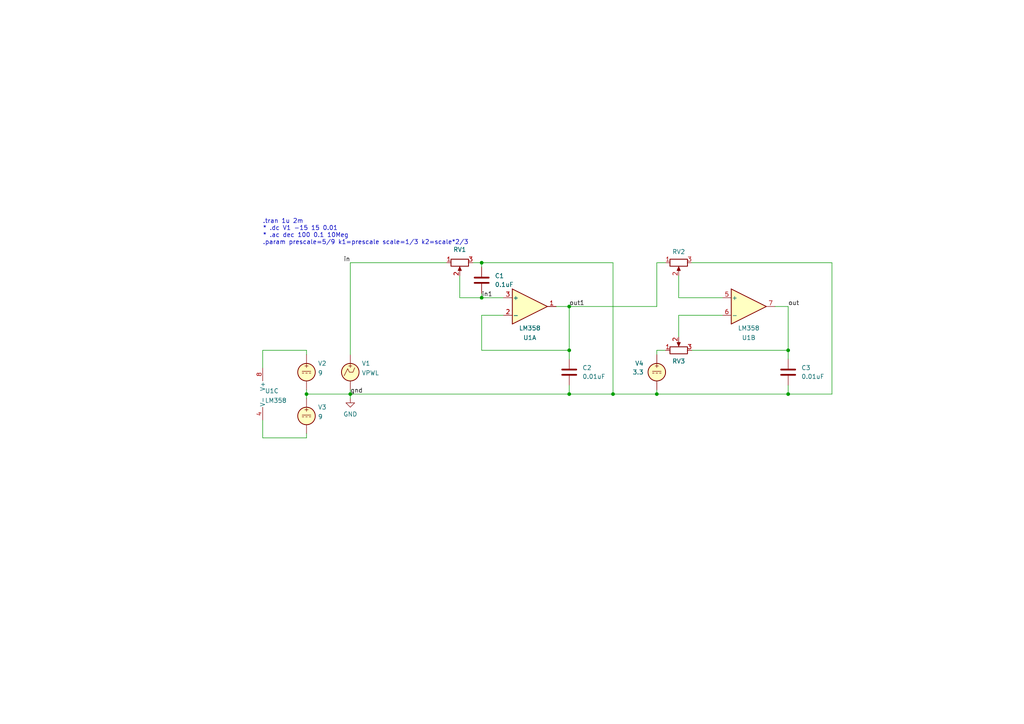
<source format=kicad_sch>
(kicad_sch (version 20211123) (generator eeschema)
  (paper "A4")
  (lib_symbols
    (symbol "Amplifier_Operational:LM358" (pin_names (offset 0.127))
      (property "Reference" "U" (at 0 5.08 0))
      (property "Value" "LM358" (at 0 -5.08 0))
      (symbol "LM358_1_1"
        (polyline (pts (xy -5.08 5.08) (xy 5.08 0) (xy -5.08 -5.08) (xy -5.08 5.08)) (stroke (width 0.254)) (fill (type background)))
        (pin output line (at 7.62 0 180) (length 2.54) (name "~") (number "1"))
        (pin input line (at -7.62 -2.54 0) (length 2.54) (name "-") (number "2"))
        (pin input line (at -7.62 2.54 0) (length 2.54) (name "+") (number "3"))
      )
      (symbol "LM358_2_1"
        (polyline (pts (xy -5.08 5.08) (xy 5.08 0) (xy -5.08 -5.08) (xy -5.08 5.08)) (stroke (width 0.254)) (fill (type background)))
        (pin input line (at -7.62 2.54 0) (length 2.54) (name "+") (number "5"))
        (pin input line (at -7.62 -2.54 0) (length 2.54) (name "-") (number "6"))
        (pin output line (at 7.62 0 180) (length 2.54) (name "~") (number "7"))
      )
      (symbol "LM358_3_1"
        (pin power_in line (at -2.54 -7.62 90) (length 3.81) (name "V-") (number "4"))
        (pin power_in line (at -2.54 7.62 270) (length 3.81) (name "V+") (number "8"))
      )
    )
    (symbol "Device:C" (pin_numbers hide) (pin_names (offset 0.254))
      (property "Reference" "C" (at 0.635 2.54 0))
      (property "Value" "C" (at 0.635 -2.54 0))
      (symbol "C_0_1"
        (polyline (pts (xy -2.032 -0.762) (xy 2.032 -0.762)) (stroke (width 0.508)))
        (polyline (pts (xy -2.032 0.762) (xy 2.032 0.762)) (stroke (width 0.508)))
      )
      (symbol "C_1_1"
        (pin passive line (at 0 3.81 270) (length 2.794) (name "~") (number "1"))
        (pin passive line (at 0 -3.81 90) (length 2.794) (name "~") (number "2"))
      )
    )
    (symbol "Device:R_Potentiometer" (pin_names (offset 1.016) hide)
      (property "Reference" "RV" (at -4.445 0 90))
      (property "Value" "R_Potentiometer" (at -2.54 0 90))
      (symbol "R_Potentiometer_0_1"
        (polyline (pts (xy 2.54 0) (xy 1.524 0)))
        (polyline (pts (xy 1.143 0) (xy 2.286 0.508) (xy 2.286 -0.508) (xy 1.143 0)) (fill (type outline)))
        (rectangle (start 1.016 2.54) (end -1.016 -2.54) (stroke (width 0.254)))
      )
      (symbol "R_Potentiometer_1_1"
        (pin passive line (at 0 3.81 270) (length 1.27) (name "1") (number "1"))
        (pin passive line (at 3.81 0 180) (length 1.27) (name "2") (number "2"))
        (pin passive line (at 0 -3.81 90) (length 1.27) (name "3") (number "3"))
      )
    )
    (symbol "Simulation_SPICE:VDC" (pin_numbers hide) (pin_names (offset 0.0254))
      (property "Reference" "V" (at 2.54 2.54 0))
      (property "Value" "VDC" (at 2.54 0 0))
      (property "Spice_Model" "dc(1)" (at 2.54 -2.54 0))
      (symbol "VDC_0_0"
        (polyline (pts (xy -1.27 0.254) (xy 1.27 0.254)))
        (polyline (pts (xy -0.762 -0.254) (xy -1.27 -0.254)))
        (polyline (pts (xy 0.254 -0.254) (xy -0.254 -0.254)))
        (polyline (pts (xy 1.27 -0.254) (xy 0.762 -0.254)))
        (text "+" (at 0 1.905 0) (effects (font (size 1.27 1.27))))
      )
      (symbol "VDC_0_1"
        (circle (center 0 0) (radius 2.54) (stroke (width 0.254)) (fill (type background)))
      )
      (symbol "VDC_1_1"
        (pin passive line (at 0 5.08 270) (length 2.54) (name "~") (number "1"))
        (pin passive line (at 0 -5.08 90) (length 2.54) (name "~") (number "2"))
      )
    )
    (symbol "Simulation_SPICE:VPWL" (pin_numbers hide) (pin_names (offset 0.0254))
      (property "Reference" "V" (at 2.54 2.54 0))
      (property "Value" "VPWL" (at 2.54 0 0))
      (property "Spice_Model" "pwl(0 -1 50n -1 51n 0 97n 1 171n -1 200n -1)" (at 2.54 -2.54 0))
      (symbol "VPWL_0_0"
        (polyline (pts (xy -1.778 -1.016) (xy -0.762 1.016) (xy -0.254 0) (xy 0.762 0) (xy 1.27 1.27)))
        (text "+" (at 0 1.905 0) (effects (font (size 1.27 1.27))))
      )
      (symbol "VPWL_0_1"
        (circle (center 0 0) (radius 2.54) (stroke (width 0.254)) (fill (type background)))
      )
      (symbol "VPWL_1_1"
        (pin passive line (at 0 5.08 270) (length 2.54) (name "~") (number "1"))
        (pin passive line (at 0 -5.08 90) (length 2.54) (name "~") (number "2"))
      )
    )
    (symbol "power:GND" (power) (pin_names (offset 0))
      (property "Value" "GND" (at 0 -3.81 0))
      (symbol "GND_0_1"
        (polyline (pts (xy 0 0) (xy 0 -1.27) (xy 1.27 -1.27) (xy 0 -2.54) (xy -1.27 -1.27) (xy 0 -1.27)))
      )
      (symbol "GND_1_1"
        (pin power_in line (at 0 0 270) (length 0) hide (name "GND") (number "1"))
      )
    )
  )
  (junction (at 228.6 101.6))
  (junction (at 190.5 114.3))
  (junction (at 139.7 76.2))
  (junction (at 139.7 86.36))
  (junction (at 165.1 88.9))
  (junction (at 177.8 114.3))
  (junction (at 165.1 114.3))
  (junction (at 165.1 101.6))
  (junction (at 101.6 114.3))
  (junction (at 228.6 114.3))
  (junction (at 88.9 114.3))
  (wire (pts (xy 76.2 127) (xy 88.9 127)))
  (wire (pts (xy 196.85 80.01) (xy 196.85 86.36)))
  (wire (pts (xy 101.6 76.2) (xy 129.54 76.2)))
  (wire (pts (xy 177.8 76.2) (xy 177.8 114.3)))
  (wire (pts (xy 101.6 114.3) (xy 101.6 115.57)))
  (wire (pts (xy 165.1 111.76) (xy 165.1 114.3)))
  (wire (pts (xy 196.85 91.44) (xy 209.55 91.44)))
  (wire (pts (xy 101.6 76.2) (xy 101.6 102.87)))
  (wire (pts (xy 139.7 76.2) (xy 177.8 76.2)))
  (wire (pts (xy 101.6 114.3) (xy 88.9 114.3)))
  (wire (pts (xy 133.35 86.36) (xy 139.7 86.36)))
  (wire (pts (xy 165.1 101.6) (xy 165.1 88.9)))
  (wire (pts (xy 139.7 91.44) (xy 139.7 101.6)))
  (wire (pts (xy 88.9 113.03) (xy 88.9 114.3)))
  (wire (pts (xy 200.66 101.6) (xy 228.6 101.6)))
  (wire (pts (xy 101.6 113.03) (xy 101.6 114.3)))
  (wire (pts (xy 165.1 104.14) (xy 165.1 101.6)))
  (wire (pts (xy 228.6 104.14) (xy 228.6 101.6)))
  (wire (pts (xy 137.16 76.2) (xy 139.7 76.2)))
  (wire (pts (xy 165.1 88.9) (xy 161.29 88.9)))
  (wire (pts (xy 228.6 101.6) (xy 228.6 88.9)))
  (wire (pts (xy 139.7 101.6) (xy 165.1 101.6)))
  (wire (pts (xy 228.6 114.3) (xy 241.3 114.3)))
  (wire (pts (xy 76.2 121.92) (xy 76.2 127)))
  (wire (pts (xy 190.5 114.3) (xy 228.6 114.3)))
  (wire (pts (xy 228.6 111.76) (xy 228.6 114.3)))
  (wire (pts (xy 76.2 106.68) (xy 76.2 101.6)))
  (wire (pts (xy 190.5 88.9) (xy 190.5 76.2)))
  (wire (pts (xy 190.5 101.6) (xy 193.04 101.6)))
  (wire (pts (xy 139.7 86.36) (xy 146.05 86.36)))
  (wire (pts (xy 139.7 91.44) (xy 146.05 91.44)))
  (wire (pts (xy 196.85 97.79) (xy 196.85 91.44)))
  (wire (pts (xy 139.7 77.47) (xy 139.7 76.2)))
  (wire (pts (xy 88.9 102.87) (xy 88.9 101.6)))
  (wire (pts (xy 76.2 101.6) (xy 88.9 101.6)))
  (wire (pts (xy 241.3 76.2) (xy 241.3 114.3)))
  (wire (pts (xy 200.66 76.2) (xy 241.3 76.2)))
  (wire (pts (xy 228.6 88.9) (xy 224.79 88.9)))
  (wire (pts (xy 190.5 113.03) (xy 190.5 114.3)))
  (wire (pts (xy 88.9 127) (xy 88.9 125.73)))
  (wire (pts (xy 88.9 114.3) (xy 88.9 115.57)))
  (wire (pts (xy 101.6 114.3) (xy 165.1 114.3)))
  (wire (pts (xy 139.7 85.09) (xy 139.7 86.36)))
  (wire (pts (xy 190.5 76.2) (xy 193.04 76.2)))
  (wire (pts (xy 190.5 102.87) (xy 190.5 101.6)))
  (wire (pts (xy 177.8 114.3) (xy 190.5 114.3)))
  (wire (pts (xy 196.85 86.36) (xy 209.55 86.36)))
  (wire (pts (xy 165.1 114.3) (xy 177.8 114.3)))
  (wire (pts (xy 133.35 80.01) (xy 133.35 86.36)))
  (wire (pts (xy 165.1 88.9) (xy 190.5 88.9)))
  (text ".tran 1u 2m\n* .dc V1 -15 15 0.01\n* .ac dec 100 0.1 10Meg\n.param prescale=5/9 k1=prescale scale=1/3 k2=scale*2/3" (at 76.2 71.12 0) (effects (font (size 1.27 1.27)) (justify left bottom)))
  (label "in1" (at 139.7 86.36 0))
  (label "out1" (at 165.1 88.9 0))
  (label "in" (at 101.6 76.2 180))
  (label "out" (at 228.6 88.9 0))
  (label "gnd" (at 101.6 114.3 0))
  (symbol (lib_id "Simulation_SPICE:VDC") (at 88.9 120.65 0) (mirror y) (unit 1)
    (property "Reference" "V3" (at 92.202 118.1046 0) (effects (justify right)))
    (property "Value" "VDC" (at 92.202 120.8797 0) (effects (justify right)))
    (property "Spice_Netlist_Enabled" "Y" (effects hide))
    (property "Spice_Primitive" "V" (effects hide))
    (property "Spice_Model" "dc(9)" (at 92.202 123.6548 0) (effects (justify right)))
  )
  (symbol (lib_id "Simulation_SPICE:VDC") (at 88.9 107.95 0) (mirror y) (unit 1)
    (property "Reference" "V2" (at 92.202 105.4046 0) (effects (justify right)))
    (property "Value" "VDC" (at 92.202 108.1797 0) (effects (justify right)))
    (property "Spice_Netlist_Enabled" "Y" (effects hide))
    (property "Spice_Primitive" "V" (effects hide))
    (property "Spice_Model" "dc(9)" (at 92.202 110.9548 0) (effects (justify right)))
  )
  (symbol (lib_id "Device:R_Potentiometer") (at 133.35 76.2 90) (mirror x) (unit 1)
    (property "Reference" "RV1" (at 133.35 72.39 90))
    (property "Value" "R_Potentiometer" (effects hide))
    (property "Spice_Primitive" "X" (effects hide))
    (property "Spice_Model" "rpot k='k1' R=100k" (effects hide))
    (property "Spice_Netlist_Enabled" "Y" (effects hide))
    (property "Spice_Lib_File" "SPICE.lib" (effects hide))
  )
  (symbol (lib_id "Amplifier_Operational:LM358") (at 153.67 88.9 0) (unit 1)
    (property "Reference" "U1" (at 153.67 97.9465 0))
    (property "Value" "LM358" (at 153.67 95.1714 0))
    (property "Datasheet" "http://www.ti.com/lit/ds/symlink/lm2904-n.pdf" (effects hide))
    (property "Spice_Primitive" "X" (effects hide))
    (property "Spice_Model" "lm358" (effects hide))
    (property "Spice_Netlist_Enabled" "Y" (effects hide))
    (property "Spice_Lib_File" "SPICE.lib" (effects hide))
  )
  (symbol (lib_id "Device:C") (at 139.7 81.28 0) (mirror x) (unit 1)
    (property "Reference" "C1" (at 143.51 80.01 0) (effects (justify left)))
    (property "Value" "0.1uF" (at 143.51 82.55 0) (effects (justify left)))
  )
  (symbol (lib_id "Device:C") (at 165.1 107.95 0) (mirror x) (unit 1)
    (property "Reference" "C2" (at 168.91 106.68 0) (effects (justify left)))
    (property "Value" "0.01uF" (at 168.91 109.22 0) (effects (justify left)))
  )
  (symbol (lib_id "power:GND") (at 101.6 115.57 0) (unit 1)
    (property "Reference" "#PWR01" (effects hide))
    (property "Value" "GND" (at 101.6 120.1325 0))
  )
  (symbol (lib_id "Simulation_SPICE:VDC") (at 190.5 107.95 0) (mirror y) (unit 1)
    (property "Reference" "V4" (at 186.69 105.41 0) (effects (justify left)))
    (property "Value" "VDC" (at 186.69 107.95 0) (effects (justify left)))
    (property "Spice_Netlist_Enabled" "Y" (effects hide))
    (property "Spice_Primitive" "V" (effects hide))
    (property "Spice_Model" "dc(3.3)" (at 186.69 110.49 0) (effects (justify left)))
  )
  (symbol (lib_id "Device:R_Potentiometer") (at 196.85 76.2 90) (mirror x) (unit 1)
    (property "Reference" "RV2" (at 196.85 73.0345 90))
    (property "Value" "R_Potentiometer" (effects hide))
    (property "Spice_Primitive" "X" (effects hide))
    (property "Spice_Model" "rpot k='k2' R=100k" (effects hide))
    (property "Spice_Netlist_Enabled" "Y" (effects hide))
    (property "Spice_Lib_File" "SPICE.lib" (effects hide))
  )
  (symbol (lib_id "Simulation_SPICE:VPWL") (at 101.6 107.95 0) (unit 1)
    (property "Reference" "V1" (at 104.902 105.4046 0) (effects (justify left)))
    (property "Value" "VPWL" (at 104.902 108.1797 0) (effects (justify left)))
    (property "Spice_Netlist_Enabled" "Y" (effects hide))
    (property "Spice_Primitive" "V" (effects hide))
    (property "Spice_Model" "ac(1) pwl(0 0 0.5m 30 1.5m -30 2m 0)" (at 104.902 110.9548 0) (effects (justify left)))
  )
  (symbol (lib_id "Amplifier_Operational:LM358") (at 217.17 88.9 0) (unit 2)
    (property "Reference" "U1" (at 217.17 97.9465 0))
    (property "Value" "LM358" (at 217.17 95.1714 0))
    (property "Datasheet" "http://www.ti.com/lit/ds/symlink/lm2904-n.pdf" (effects hide))
    (property "Spice_Primitive" "X" (effects hide))
    (property "Spice_Model" "lm358" (effects hide))
    (property "Spice_Netlist_Enabled" "Y" (effects hide))
    (property "Spice_Lib_File" "SPICE.lib" (effects hide))
  )
  (symbol (lib_id "Amplifier_Operational:LM358") (at 78.74 114.3 0) (unit 3)
    (property "Reference" "U1" (at 76.835 113.3915 0) (effects (justify left)))
    (property "Value" "LM358" (at 76.835 116.1666 0) (effects (justify left)))
    (property "Datasheet" "http://www.ti.com/lit/ds/symlink/lm2904-n.pdf" (effects hide))
    (property "Spice_Primitive" "X" (effects hide))
    (property "Spice_Model" "lm358" (effects hide))
    (property "Spice_Netlist_Enabled" "Y" (effects hide))
    (property "Spice_Lib_File" "SPICE.lib" (effects hide))
  )
  (symbol (lib_id "Device:C") (at 228.6 107.95 0) (mirror x) (unit 1)
    (property "Reference" "C3" (at 232.41 106.68 0) (effects (justify left)))
    (property "Value" "0.01uF" (at 232.41 109.22 0) (effects (justify left)))
  )
  (symbol (lib_id "Device:R_Potentiometer") (at 196.85 101.6 90) (unit 1)
    (property "Reference" "RV3" (at 196.85 104.7655 90))
    (property "Value" "R_Potentiometer" (effects hide))
    (property "Spice_Primitive" "X" (effects hide))
    (property "Spice_Model" "rpot k=1/3 R=100k" (effects hide))
    (property "Spice_Netlist_Enabled" "Y" (effects hide))
    (property "Spice_Lib_File" "SPICE.lib" (effects hide))
  )
)
</source>
